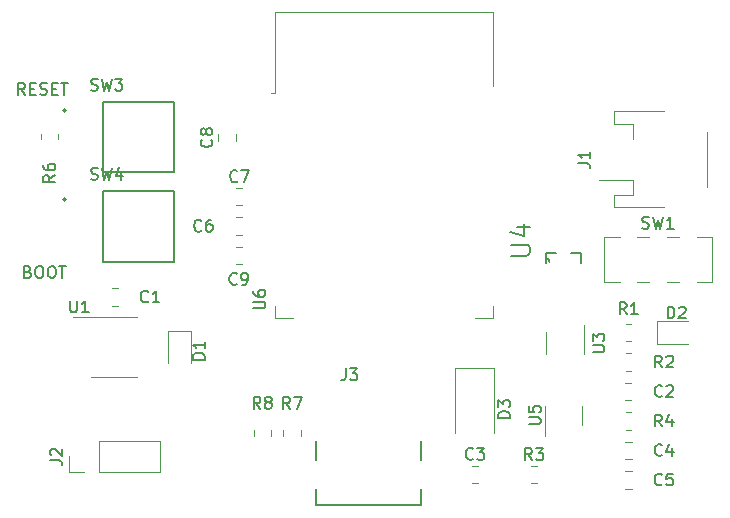
<source format=gbr>
%TF.GenerationSoftware,KiCad,Pcbnew,7.0.10*%
%TF.CreationDate,2025-07-15T10:48:48-04:00*%
%TF.ProjectId,EMGauntlet,454d4761-756e-4746-9c65-742e6b696361,rev?*%
%TF.SameCoordinates,Original*%
%TF.FileFunction,Legend,Top*%
%TF.FilePolarity,Positive*%
%FSLAX46Y46*%
G04 Gerber Fmt 4.6, Leading zero omitted, Abs format (unit mm)*
G04 Created by KiCad (PCBNEW 7.0.10) date 2025-07-15 10:48:48*
%MOMM*%
%LPD*%
G01*
G04 APERTURE LIST*
%ADD10C,0.150000*%
%ADD11C,0.127000*%
%ADD12C,0.200000*%
%ADD13C,0.120000*%
%ADD14C,0.152400*%
G04 APERTURE END LIST*
D10*
X130670112Y-103346009D02*
X130812969Y-103393628D01*
X130812969Y-103393628D02*
X130860588Y-103441247D01*
X130860588Y-103441247D02*
X130908207Y-103536485D01*
X130908207Y-103536485D02*
X130908207Y-103679342D01*
X130908207Y-103679342D02*
X130860588Y-103774580D01*
X130860588Y-103774580D02*
X130812969Y-103822200D01*
X130812969Y-103822200D02*
X130717731Y-103869819D01*
X130717731Y-103869819D02*
X130336779Y-103869819D01*
X130336779Y-103869819D02*
X130336779Y-102869819D01*
X130336779Y-102869819D02*
X130670112Y-102869819D01*
X130670112Y-102869819D02*
X130765350Y-102917438D01*
X130765350Y-102917438D02*
X130812969Y-102965057D01*
X130812969Y-102965057D02*
X130860588Y-103060295D01*
X130860588Y-103060295D02*
X130860588Y-103155533D01*
X130860588Y-103155533D02*
X130812969Y-103250771D01*
X130812969Y-103250771D02*
X130765350Y-103298390D01*
X130765350Y-103298390D02*
X130670112Y-103346009D01*
X130670112Y-103346009D02*
X130336779Y-103346009D01*
X131527255Y-102869819D02*
X131717731Y-102869819D01*
X131717731Y-102869819D02*
X131812969Y-102917438D01*
X131812969Y-102917438D02*
X131908207Y-103012676D01*
X131908207Y-103012676D02*
X131955826Y-103203152D01*
X131955826Y-103203152D02*
X131955826Y-103536485D01*
X131955826Y-103536485D02*
X131908207Y-103726961D01*
X131908207Y-103726961D02*
X131812969Y-103822200D01*
X131812969Y-103822200D02*
X131717731Y-103869819D01*
X131717731Y-103869819D02*
X131527255Y-103869819D01*
X131527255Y-103869819D02*
X131432017Y-103822200D01*
X131432017Y-103822200D02*
X131336779Y-103726961D01*
X131336779Y-103726961D02*
X131289160Y-103536485D01*
X131289160Y-103536485D02*
X131289160Y-103203152D01*
X131289160Y-103203152D02*
X131336779Y-103012676D01*
X131336779Y-103012676D02*
X131432017Y-102917438D01*
X131432017Y-102917438D02*
X131527255Y-102869819D01*
X132574874Y-102869819D02*
X132765350Y-102869819D01*
X132765350Y-102869819D02*
X132860588Y-102917438D01*
X132860588Y-102917438D02*
X132955826Y-103012676D01*
X132955826Y-103012676D02*
X133003445Y-103203152D01*
X133003445Y-103203152D02*
X133003445Y-103536485D01*
X133003445Y-103536485D02*
X132955826Y-103726961D01*
X132955826Y-103726961D02*
X132860588Y-103822200D01*
X132860588Y-103822200D02*
X132765350Y-103869819D01*
X132765350Y-103869819D02*
X132574874Y-103869819D01*
X132574874Y-103869819D02*
X132479636Y-103822200D01*
X132479636Y-103822200D02*
X132384398Y-103726961D01*
X132384398Y-103726961D02*
X132336779Y-103536485D01*
X132336779Y-103536485D02*
X132336779Y-103203152D01*
X132336779Y-103203152D02*
X132384398Y-103012676D01*
X132384398Y-103012676D02*
X132479636Y-102917438D01*
X132479636Y-102917438D02*
X132574874Y-102869819D01*
X133289160Y-102869819D02*
X133860588Y-102869819D01*
X133574874Y-103869819D02*
X133574874Y-102869819D01*
X130408207Y-88369819D02*
X130074874Y-87893628D01*
X129836779Y-88369819D02*
X129836779Y-87369819D01*
X129836779Y-87369819D02*
X130217731Y-87369819D01*
X130217731Y-87369819D02*
X130312969Y-87417438D01*
X130312969Y-87417438D02*
X130360588Y-87465057D01*
X130360588Y-87465057D02*
X130408207Y-87560295D01*
X130408207Y-87560295D02*
X130408207Y-87703152D01*
X130408207Y-87703152D02*
X130360588Y-87798390D01*
X130360588Y-87798390D02*
X130312969Y-87846009D01*
X130312969Y-87846009D02*
X130217731Y-87893628D01*
X130217731Y-87893628D02*
X129836779Y-87893628D01*
X130836779Y-87846009D02*
X131170112Y-87846009D01*
X131312969Y-88369819D02*
X130836779Y-88369819D01*
X130836779Y-88369819D02*
X130836779Y-87369819D01*
X130836779Y-87369819D02*
X131312969Y-87369819D01*
X131693922Y-88322200D02*
X131836779Y-88369819D01*
X131836779Y-88369819D02*
X132074874Y-88369819D01*
X132074874Y-88369819D02*
X132170112Y-88322200D01*
X132170112Y-88322200D02*
X132217731Y-88274580D01*
X132217731Y-88274580D02*
X132265350Y-88179342D01*
X132265350Y-88179342D02*
X132265350Y-88084104D01*
X132265350Y-88084104D02*
X132217731Y-87988866D01*
X132217731Y-87988866D02*
X132170112Y-87941247D01*
X132170112Y-87941247D02*
X132074874Y-87893628D01*
X132074874Y-87893628D02*
X131884398Y-87846009D01*
X131884398Y-87846009D02*
X131789160Y-87798390D01*
X131789160Y-87798390D02*
X131741541Y-87750771D01*
X131741541Y-87750771D02*
X131693922Y-87655533D01*
X131693922Y-87655533D02*
X131693922Y-87560295D01*
X131693922Y-87560295D02*
X131741541Y-87465057D01*
X131741541Y-87465057D02*
X131789160Y-87417438D01*
X131789160Y-87417438D02*
X131884398Y-87369819D01*
X131884398Y-87369819D02*
X132122493Y-87369819D01*
X132122493Y-87369819D02*
X132265350Y-87417438D01*
X132693922Y-87846009D02*
X133027255Y-87846009D01*
X133170112Y-88369819D02*
X132693922Y-88369819D01*
X132693922Y-88369819D02*
X132693922Y-87369819D01*
X132693922Y-87369819D02*
X133170112Y-87369819D01*
X133455827Y-87369819D02*
X134027255Y-87369819D01*
X133741541Y-88369819D02*
X133741541Y-87369819D01*
X135991667Y-95522200D02*
X136134524Y-95569819D01*
X136134524Y-95569819D02*
X136372619Y-95569819D01*
X136372619Y-95569819D02*
X136467857Y-95522200D01*
X136467857Y-95522200D02*
X136515476Y-95474580D01*
X136515476Y-95474580D02*
X136563095Y-95379342D01*
X136563095Y-95379342D02*
X136563095Y-95284104D01*
X136563095Y-95284104D02*
X136515476Y-95188866D01*
X136515476Y-95188866D02*
X136467857Y-95141247D01*
X136467857Y-95141247D02*
X136372619Y-95093628D01*
X136372619Y-95093628D02*
X136182143Y-95046009D01*
X136182143Y-95046009D02*
X136086905Y-94998390D01*
X136086905Y-94998390D02*
X136039286Y-94950771D01*
X136039286Y-94950771D02*
X135991667Y-94855533D01*
X135991667Y-94855533D02*
X135991667Y-94760295D01*
X135991667Y-94760295D02*
X136039286Y-94665057D01*
X136039286Y-94665057D02*
X136086905Y-94617438D01*
X136086905Y-94617438D02*
X136182143Y-94569819D01*
X136182143Y-94569819D02*
X136420238Y-94569819D01*
X136420238Y-94569819D02*
X136563095Y-94617438D01*
X136896429Y-94569819D02*
X137134524Y-95569819D01*
X137134524Y-95569819D02*
X137325000Y-94855533D01*
X137325000Y-94855533D02*
X137515476Y-95569819D01*
X137515476Y-95569819D02*
X137753572Y-94569819D01*
X138563095Y-94903152D02*
X138563095Y-95569819D01*
X138325000Y-94522200D02*
X138086905Y-95236485D01*
X138086905Y-95236485D02*
X138705952Y-95236485D01*
X182666667Y-99657200D02*
X182809524Y-99704819D01*
X182809524Y-99704819D02*
X183047619Y-99704819D01*
X183047619Y-99704819D02*
X183142857Y-99657200D01*
X183142857Y-99657200D02*
X183190476Y-99609580D01*
X183190476Y-99609580D02*
X183238095Y-99514342D01*
X183238095Y-99514342D02*
X183238095Y-99419104D01*
X183238095Y-99419104D02*
X183190476Y-99323866D01*
X183190476Y-99323866D02*
X183142857Y-99276247D01*
X183142857Y-99276247D02*
X183047619Y-99228628D01*
X183047619Y-99228628D02*
X182857143Y-99181009D01*
X182857143Y-99181009D02*
X182761905Y-99133390D01*
X182761905Y-99133390D02*
X182714286Y-99085771D01*
X182714286Y-99085771D02*
X182666667Y-98990533D01*
X182666667Y-98990533D02*
X182666667Y-98895295D01*
X182666667Y-98895295D02*
X182714286Y-98800057D01*
X182714286Y-98800057D02*
X182761905Y-98752438D01*
X182761905Y-98752438D02*
X182857143Y-98704819D01*
X182857143Y-98704819D02*
X183095238Y-98704819D01*
X183095238Y-98704819D02*
X183238095Y-98752438D01*
X183571429Y-98704819D02*
X183809524Y-99704819D01*
X183809524Y-99704819D02*
X184000000Y-98990533D01*
X184000000Y-98990533D02*
X184190476Y-99704819D01*
X184190476Y-99704819D02*
X184428572Y-98704819D01*
X185333333Y-99704819D02*
X184761905Y-99704819D01*
X185047619Y-99704819D02*
X185047619Y-98704819D01*
X185047619Y-98704819D02*
X184952381Y-98847676D01*
X184952381Y-98847676D02*
X184857143Y-98942914D01*
X184857143Y-98942914D02*
X184761905Y-98990533D01*
X184333333Y-111454819D02*
X184000000Y-110978628D01*
X183761905Y-111454819D02*
X183761905Y-110454819D01*
X183761905Y-110454819D02*
X184142857Y-110454819D01*
X184142857Y-110454819D02*
X184238095Y-110502438D01*
X184238095Y-110502438D02*
X184285714Y-110550057D01*
X184285714Y-110550057D02*
X184333333Y-110645295D01*
X184333333Y-110645295D02*
X184333333Y-110788152D01*
X184333333Y-110788152D02*
X184285714Y-110883390D01*
X184285714Y-110883390D02*
X184238095Y-110931009D01*
X184238095Y-110931009D02*
X184142857Y-110978628D01*
X184142857Y-110978628D02*
X183761905Y-110978628D01*
X184714286Y-110550057D02*
X184761905Y-110502438D01*
X184761905Y-110502438D02*
X184857143Y-110454819D01*
X184857143Y-110454819D02*
X185095238Y-110454819D01*
X185095238Y-110454819D02*
X185190476Y-110502438D01*
X185190476Y-110502438D02*
X185238095Y-110550057D01*
X185238095Y-110550057D02*
X185285714Y-110645295D01*
X185285714Y-110645295D02*
X185285714Y-110740533D01*
X185285714Y-110740533D02*
X185238095Y-110883390D01*
X185238095Y-110883390D02*
X184666667Y-111454819D01*
X184666667Y-111454819D02*
X185285714Y-111454819D01*
X132544819Y-119333333D02*
X133259104Y-119333333D01*
X133259104Y-119333333D02*
X133401961Y-119380952D01*
X133401961Y-119380952D02*
X133497200Y-119476190D01*
X133497200Y-119476190D02*
X133544819Y-119619047D01*
X133544819Y-119619047D02*
X133544819Y-119714285D01*
X132640057Y-118904761D02*
X132592438Y-118857142D01*
X132592438Y-118857142D02*
X132544819Y-118761904D01*
X132544819Y-118761904D02*
X132544819Y-118523809D01*
X132544819Y-118523809D02*
X132592438Y-118428571D01*
X132592438Y-118428571D02*
X132640057Y-118380952D01*
X132640057Y-118380952D02*
X132735295Y-118333333D01*
X132735295Y-118333333D02*
X132830533Y-118333333D01*
X132830533Y-118333333D02*
X132973390Y-118380952D01*
X132973390Y-118380952D02*
X133544819Y-118952380D01*
X133544819Y-118952380D02*
X133544819Y-118333333D01*
X171454819Y-115738094D02*
X170454819Y-115738094D01*
X170454819Y-115738094D02*
X170454819Y-115499999D01*
X170454819Y-115499999D02*
X170502438Y-115357142D01*
X170502438Y-115357142D02*
X170597676Y-115261904D01*
X170597676Y-115261904D02*
X170692914Y-115214285D01*
X170692914Y-115214285D02*
X170883390Y-115166666D01*
X170883390Y-115166666D02*
X171026247Y-115166666D01*
X171026247Y-115166666D02*
X171216723Y-115214285D01*
X171216723Y-115214285D02*
X171311961Y-115261904D01*
X171311961Y-115261904D02*
X171407200Y-115357142D01*
X171407200Y-115357142D02*
X171454819Y-115499999D01*
X171454819Y-115499999D02*
X171454819Y-115738094D01*
X170454819Y-114833332D02*
X170454819Y-114214285D01*
X170454819Y-114214285D02*
X170835771Y-114547618D01*
X170835771Y-114547618D02*
X170835771Y-114404761D01*
X170835771Y-114404761D02*
X170883390Y-114309523D01*
X170883390Y-114309523D02*
X170931009Y-114261904D01*
X170931009Y-114261904D02*
X171026247Y-114214285D01*
X171026247Y-114214285D02*
X171264342Y-114214285D01*
X171264342Y-114214285D02*
X171359580Y-114261904D01*
X171359580Y-114261904D02*
X171407200Y-114309523D01*
X171407200Y-114309523D02*
X171454819Y-114404761D01*
X171454819Y-114404761D02*
X171454819Y-114690475D01*
X171454819Y-114690475D02*
X171407200Y-114785713D01*
X171407200Y-114785713D02*
X171359580Y-114833332D01*
X140833333Y-105859580D02*
X140785714Y-105907200D01*
X140785714Y-105907200D02*
X140642857Y-105954819D01*
X140642857Y-105954819D02*
X140547619Y-105954819D01*
X140547619Y-105954819D02*
X140404762Y-105907200D01*
X140404762Y-105907200D02*
X140309524Y-105811961D01*
X140309524Y-105811961D02*
X140261905Y-105716723D01*
X140261905Y-105716723D02*
X140214286Y-105526247D01*
X140214286Y-105526247D02*
X140214286Y-105383390D01*
X140214286Y-105383390D02*
X140261905Y-105192914D01*
X140261905Y-105192914D02*
X140309524Y-105097676D01*
X140309524Y-105097676D02*
X140404762Y-105002438D01*
X140404762Y-105002438D02*
X140547619Y-104954819D01*
X140547619Y-104954819D02*
X140642857Y-104954819D01*
X140642857Y-104954819D02*
X140785714Y-105002438D01*
X140785714Y-105002438D02*
X140833333Y-105050057D01*
X141785714Y-105954819D02*
X141214286Y-105954819D01*
X141500000Y-105954819D02*
X141500000Y-104954819D01*
X141500000Y-104954819D02*
X141404762Y-105097676D01*
X141404762Y-105097676D02*
X141309524Y-105192914D01*
X141309524Y-105192914D02*
X141214286Y-105240533D01*
X178454819Y-110161904D02*
X179264342Y-110161904D01*
X179264342Y-110161904D02*
X179359580Y-110114285D01*
X179359580Y-110114285D02*
X179407200Y-110066666D01*
X179407200Y-110066666D02*
X179454819Y-109971428D01*
X179454819Y-109971428D02*
X179454819Y-109780952D01*
X179454819Y-109780952D02*
X179407200Y-109685714D01*
X179407200Y-109685714D02*
X179359580Y-109638095D01*
X179359580Y-109638095D02*
X179264342Y-109590476D01*
X179264342Y-109590476D02*
X178454819Y-109590476D01*
X178454819Y-109209523D02*
X178454819Y-108590476D01*
X178454819Y-108590476D02*
X178835771Y-108923809D01*
X178835771Y-108923809D02*
X178835771Y-108780952D01*
X178835771Y-108780952D02*
X178883390Y-108685714D01*
X178883390Y-108685714D02*
X178931009Y-108638095D01*
X178931009Y-108638095D02*
X179026247Y-108590476D01*
X179026247Y-108590476D02*
X179264342Y-108590476D01*
X179264342Y-108590476D02*
X179359580Y-108638095D01*
X179359580Y-108638095D02*
X179407200Y-108685714D01*
X179407200Y-108685714D02*
X179454819Y-108780952D01*
X179454819Y-108780952D02*
X179454819Y-109066666D01*
X179454819Y-109066666D02*
X179407200Y-109161904D01*
X179407200Y-109161904D02*
X179359580Y-109209523D01*
X173333333Y-119304819D02*
X173000000Y-118828628D01*
X172761905Y-119304819D02*
X172761905Y-118304819D01*
X172761905Y-118304819D02*
X173142857Y-118304819D01*
X173142857Y-118304819D02*
X173238095Y-118352438D01*
X173238095Y-118352438D02*
X173285714Y-118400057D01*
X173285714Y-118400057D02*
X173333333Y-118495295D01*
X173333333Y-118495295D02*
X173333333Y-118638152D01*
X173333333Y-118638152D02*
X173285714Y-118733390D01*
X173285714Y-118733390D02*
X173238095Y-118781009D01*
X173238095Y-118781009D02*
X173142857Y-118828628D01*
X173142857Y-118828628D02*
X172761905Y-118828628D01*
X173666667Y-118304819D02*
X174285714Y-118304819D01*
X174285714Y-118304819D02*
X173952381Y-118685771D01*
X173952381Y-118685771D02*
X174095238Y-118685771D01*
X174095238Y-118685771D02*
X174190476Y-118733390D01*
X174190476Y-118733390D02*
X174238095Y-118781009D01*
X174238095Y-118781009D02*
X174285714Y-118876247D01*
X174285714Y-118876247D02*
X174285714Y-119114342D01*
X174285714Y-119114342D02*
X174238095Y-119209580D01*
X174238095Y-119209580D02*
X174190476Y-119257200D01*
X174190476Y-119257200D02*
X174095238Y-119304819D01*
X174095238Y-119304819D02*
X173809524Y-119304819D01*
X173809524Y-119304819D02*
X173714286Y-119257200D01*
X173714286Y-119257200D02*
X173666667Y-119209580D01*
X184333333Y-116454819D02*
X184000000Y-115978628D01*
X183761905Y-116454819D02*
X183761905Y-115454819D01*
X183761905Y-115454819D02*
X184142857Y-115454819D01*
X184142857Y-115454819D02*
X184238095Y-115502438D01*
X184238095Y-115502438D02*
X184285714Y-115550057D01*
X184285714Y-115550057D02*
X184333333Y-115645295D01*
X184333333Y-115645295D02*
X184333333Y-115788152D01*
X184333333Y-115788152D02*
X184285714Y-115883390D01*
X184285714Y-115883390D02*
X184238095Y-115931009D01*
X184238095Y-115931009D02*
X184142857Y-115978628D01*
X184142857Y-115978628D02*
X183761905Y-115978628D01*
X185190476Y-115788152D02*
X185190476Y-116454819D01*
X184952381Y-115407200D02*
X184714286Y-116121485D01*
X184714286Y-116121485D02*
X185333333Y-116121485D01*
X135991667Y-87972200D02*
X136134524Y-88019819D01*
X136134524Y-88019819D02*
X136372619Y-88019819D01*
X136372619Y-88019819D02*
X136467857Y-87972200D01*
X136467857Y-87972200D02*
X136515476Y-87924580D01*
X136515476Y-87924580D02*
X136563095Y-87829342D01*
X136563095Y-87829342D02*
X136563095Y-87734104D01*
X136563095Y-87734104D02*
X136515476Y-87638866D01*
X136515476Y-87638866D02*
X136467857Y-87591247D01*
X136467857Y-87591247D02*
X136372619Y-87543628D01*
X136372619Y-87543628D02*
X136182143Y-87496009D01*
X136182143Y-87496009D02*
X136086905Y-87448390D01*
X136086905Y-87448390D02*
X136039286Y-87400771D01*
X136039286Y-87400771D02*
X135991667Y-87305533D01*
X135991667Y-87305533D02*
X135991667Y-87210295D01*
X135991667Y-87210295D02*
X136039286Y-87115057D01*
X136039286Y-87115057D02*
X136086905Y-87067438D01*
X136086905Y-87067438D02*
X136182143Y-87019819D01*
X136182143Y-87019819D02*
X136420238Y-87019819D01*
X136420238Y-87019819D02*
X136563095Y-87067438D01*
X136896429Y-87019819D02*
X137134524Y-88019819D01*
X137134524Y-88019819D02*
X137325000Y-87305533D01*
X137325000Y-87305533D02*
X137515476Y-88019819D01*
X137515476Y-88019819D02*
X137753572Y-87019819D01*
X138039286Y-87019819D02*
X138658333Y-87019819D01*
X138658333Y-87019819D02*
X138325000Y-87400771D01*
X138325000Y-87400771D02*
X138467857Y-87400771D01*
X138467857Y-87400771D02*
X138563095Y-87448390D01*
X138563095Y-87448390D02*
X138610714Y-87496009D01*
X138610714Y-87496009D02*
X138658333Y-87591247D01*
X138658333Y-87591247D02*
X138658333Y-87829342D01*
X138658333Y-87829342D02*
X138610714Y-87924580D01*
X138610714Y-87924580D02*
X138563095Y-87972200D01*
X138563095Y-87972200D02*
X138467857Y-88019819D01*
X138467857Y-88019819D02*
X138182143Y-88019819D01*
X138182143Y-88019819D02*
X138086905Y-87972200D01*
X138086905Y-87972200D02*
X138039286Y-87924580D01*
X184333333Y-121359580D02*
X184285714Y-121407200D01*
X184285714Y-121407200D02*
X184142857Y-121454819D01*
X184142857Y-121454819D02*
X184047619Y-121454819D01*
X184047619Y-121454819D02*
X183904762Y-121407200D01*
X183904762Y-121407200D02*
X183809524Y-121311961D01*
X183809524Y-121311961D02*
X183761905Y-121216723D01*
X183761905Y-121216723D02*
X183714286Y-121026247D01*
X183714286Y-121026247D02*
X183714286Y-120883390D01*
X183714286Y-120883390D02*
X183761905Y-120692914D01*
X183761905Y-120692914D02*
X183809524Y-120597676D01*
X183809524Y-120597676D02*
X183904762Y-120502438D01*
X183904762Y-120502438D02*
X184047619Y-120454819D01*
X184047619Y-120454819D02*
X184142857Y-120454819D01*
X184142857Y-120454819D02*
X184285714Y-120502438D01*
X184285714Y-120502438D02*
X184333333Y-120550057D01*
X185238095Y-120454819D02*
X184761905Y-120454819D01*
X184761905Y-120454819D02*
X184714286Y-120931009D01*
X184714286Y-120931009D02*
X184761905Y-120883390D01*
X184761905Y-120883390D02*
X184857143Y-120835771D01*
X184857143Y-120835771D02*
X185095238Y-120835771D01*
X185095238Y-120835771D02*
X185190476Y-120883390D01*
X185190476Y-120883390D02*
X185238095Y-120931009D01*
X185238095Y-120931009D02*
X185285714Y-121026247D01*
X185285714Y-121026247D02*
X185285714Y-121264342D01*
X185285714Y-121264342D02*
X185238095Y-121359580D01*
X185238095Y-121359580D02*
X185190476Y-121407200D01*
X185190476Y-121407200D02*
X185095238Y-121454819D01*
X185095238Y-121454819D02*
X184857143Y-121454819D01*
X184857143Y-121454819D02*
X184761905Y-121407200D01*
X184761905Y-121407200D02*
X184714286Y-121359580D01*
X184333333Y-118859580D02*
X184285714Y-118907200D01*
X184285714Y-118907200D02*
X184142857Y-118954819D01*
X184142857Y-118954819D02*
X184047619Y-118954819D01*
X184047619Y-118954819D02*
X183904762Y-118907200D01*
X183904762Y-118907200D02*
X183809524Y-118811961D01*
X183809524Y-118811961D02*
X183761905Y-118716723D01*
X183761905Y-118716723D02*
X183714286Y-118526247D01*
X183714286Y-118526247D02*
X183714286Y-118383390D01*
X183714286Y-118383390D02*
X183761905Y-118192914D01*
X183761905Y-118192914D02*
X183809524Y-118097676D01*
X183809524Y-118097676D02*
X183904762Y-118002438D01*
X183904762Y-118002438D02*
X184047619Y-117954819D01*
X184047619Y-117954819D02*
X184142857Y-117954819D01*
X184142857Y-117954819D02*
X184285714Y-118002438D01*
X184285714Y-118002438D02*
X184333333Y-118050057D01*
X185190476Y-118288152D02*
X185190476Y-118954819D01*
X184952381Y-117907200D02*
X184714286Y-118621485D01*
X184714286Y-118621485D02*
X185333333Y-118621485D01*
X145333333Y-99859580D02*
X145285714Y-99907200D01*
X145285714Y-99907200D02*
X145142857Y-99954819D01*
X145142857Y-99954819D02*
X145047619Y-99954819D01*
X145047619Y-99954819D02*
X144904762Y-99907200D01*
X144904762Y-99907200D02*
X144809524Y-99811961D01*
X144809524Y-99811961D02*
X144761905Y-99716723D01*
X144761905Y-99716723D02*
X144714286Y-99526247D01*
X144714286Y-99526247D02*
X144714286Y-99383390D01*
X144714286Y-99383390D02*
X144761905Y-99192914D01*
X144761905Y-99192914D02*
X144809524Y-99097676D01*
X144809524Y-99097676D02*
X144904762Y-99002438D01*
X144904762Y-99002438D02*
X145047619Y-98954819D01*
X145047619Y-98954819D02*
X145142857Y-98954819D01*
X145142857Y-98954819D02*
X145285714Y-99002438D01*
X145285714Y-99002438D02*
X145333333Y-99050057D01*
X146190476Y-98954819D02*
X146000000Y-98954819D01*
X146000000Y-98954819D02*
X145904762Y-99002438D01*
X145904762Y-99002438D02*
X145857143Y-99050057D01*
X145857143Y-99050057D02*
X145761905Y-99192914D01*
X145761905Y-99192914D02*
X145714286Y-99383390D01*
X145714286Y-99383390D02*
X145714286Y-99764342D01*
X145714286Y-99764342D02*
X145761905Y-99859580D01*
X145761905Y-99859580D02*
X145809524Y-99907200D01*
X145809524Y-99907200D02*
X145904762Y-99954819D01*
X145904762Y-99954819D02*
X146095238Y-99954819D01*
X146095238Y-99954819D02*
X146190476Y-99907200D01*
X146190476Y-99907200D02*
X146238095Y-99859580D01*
X146238095Y-99859580D02*
X146285714Y-99764342D01*
X146285714Y-99764342D02*
X146285714Y-99526247D01*
X146285714Y-99526247D02*
X146238095Y-99431009D01*
X146238095Y-99431009D02*
X146190476Y-99383390D01*
X146190476Y-99383390D02*
X146095238Y-99335771D01*
X146095238Y-99335771D02*
X145904762Y-99335771D01*
X145904762Y-99335771D02*
X145809524Y-99383390D01*
X145809524Y-99383390D02*
X145761905Y-99431009D01*
X145761905Y-99431009D02*
X145714286Y-99526247D01*
X184333333Y-113859580D02*
X184285714Y-113907200D01*
X184285714Y-113907200D02*
X184142857Y-113954819D01*
X184142857Y-113954819D02*
X184047619Y-113954819D01*
X184047619Y-113954819D02*
X183904762Y-113907200D01*
X183904762Y-113907200D02*
X183809524Y-113811961D01*
X183809524Y-113811961D02*
X183761905Y-113716723D01*
X183761905Y-113716723D02*
X183714286Y-113526247D01*
X183714286Y-113526247D02*
X183714286Y-113383390D01*
X183714286Y-113383390D02*
X183761905Y-113192914D01*
X183761905Y-113192914D02*
X183809524Y-113097676D01*
X183809524Y-113097676D02*
X183904762Y-113002438D01*
X183904762Y-113002438D02*
X184047619Y-112954819D01*
X184047619Y-112954819D02*
X184142857Y-112954819D01*
X184142857Y-112954819D02*
X184285714Y-113002438D01*
X184285714Y-113002438D02*
X184333333Y-113050057D01*
X184714286Y-113050057D02*
X184761905Y-113002438D01*
X184761905Y-113002438D02*
X184857143Y-112954819D01*
X184857143Y-112954819D02*
X185095238Y-112954819D01*
X185095238Y-112954819D02*
X185190476Y-113002438D01*
X185190476Y-113002438D02*
X185238095Y-113050057D01*
X185238095Y-113050057D02*
X185285714Y-113145295D01*
X185285714Y-113145295D02*
X185285714Y-113240533D01*
X185285714Y-113240533D02*
X185238095Y-113383390D01*
X185238095Y-113383390D02*
X184666667Y-113954819D01*
X184666667Y-113954819D02*
X185285714Y-113954819D01*
X132954819Y-95166666D02*
X132478628Y-95499999D01*
X132954819Y-95738094D02*
X131954819Y-95738094D01*
X131954819Y-95738094D02*
X131954819Y-95357142D01*
X131954819Y-95357142D02*
X132002438Y-95261904D01*
X132002438Y-95261904D02*
X132050057Y-95214285D01*
X132050057Y-95214285D02*
X132145295Y-95166666D01*
X132145295Y-95166666D02*
X132288152Y-95166666D01*
X132288152Y-95166666D02*
X132383390Y-95214285D01*
X132383390Y-95214285D02*
X132431009Y-95261904D01*
X132431009Y-95261904D02*
X132478628Y-95357142D01*
X132478628Y-95357142D02*
X132478628Y-95738094D01*
X131954819Y-94309523D02*
X131954819Y-94499999D01*
X131954819Y-94499999D02*
X132002438Y-94595237D01*
X132002438Y-94595237D02*
X132050057Y-94642856D01*
X132050057Y-94642856D02*
X132192914Y-94738094D01*
X132192914Y-94738094D02*
X132383390Y-94785713D01*
X132383390Y-94785713D02*
X132764342Y-94785713D01*
X132764342Y-94785713D02*
X132859580Y-94738094D01*
X132859580Y-94738094D02*
X132907200Y-94690475D01*
X132907200Y-94690475D02*
X132954819Y-94595237D01*
X132954819Y-94595237D02*
X132954819Y-94404761D01*
X132954819Y-94404761D02*
X132907200Y-94309523D01*
X132907200Y-94309523D02*
X132859580Y-94261904D01*
X132859580Y-94261904D02*
X132764342Y-94214285D01*
X132764342Y-94214285D02*
X132526247Y-94214285D01*
X132526247Y-94214285D02*
X132431009Y-94261904D01*
X132431009Y-94261904D02*
X132383390Y-94309523D01*
X132383390Y-94309523D02*
X132335771Y-94404761D01*
X132335771Y-94404761D02*
X132335771Y-94595237D01*
X132335771Y-94595237D02*
X132383390Y-94690475D01*
X132383390Y-94690475D02*
X132431009Y-94738094D01*
X132431009Y-94738094D02*
X132526247Y-94785713D01*
X168333333Y-119179580D02*
X168285714Y-119227200D01*
X168285714Y-119227200D02*
X168142857Y-119274819D01*
X168142857Y-119274819D02*
X168047619Y-119274819D01*
X168047619Y-119274819D02*
X167904762Y-119227200D01*
X167904762Y-119227200D02*
X167809524Y-119131961D01*
X167809524Y-119131961D02*
X167761905Y-119036723D01*
X167761905Y-119036723D02*
X167714286Y-118846247D01*
X167714286Y-118846247D02*
X167714286Y-118703390D01*
X167714286Y-118703390D02*
X167761905Y-118512914D01*
X167761905Y-118512914D02*
X167809524Y-118417676D01*
X167809524Y-118417676D02*
X167904762Y-118322438D01*
X167904762Y-118322438D02*
X168047619Y-118274819D01*
X168047619Y-118274819D02*
X168142857Y-118274819D01*
X168142857Y-118274819D02*
X168285714Y-118322438D01*
X168285714Y-118322438D02*
X168333333Y-118370057D01*
X168666667Y-118274819D02*
X169285714Y-118274819D01*
X169285714Y-118274819D02*
X168952381Y-118655771D01*
X168952381Y-118655771D02*
X169095238Y-118655771D01*
X169095238Y-118655771D02*
X169190476Y-118703390D01*
X169190476Y-118703390D02*
X169238095Y-118751009D01*
X169238095Y-118751009D02*
X169285714Y-118846247D01*
X169285714Y-118846247D02*
X169285714Y-119084342D01*
X169285714Y-119084342D02*
X169238095Y-119179580D01*
X169238095Y-119179580D02*
X169190476Y-119227200D01*
X169190476Y-119227200D02*
X169095238Y-119274819D01*
X169095238Y-119274819D02*
X168809524Y-119274819D01*
X168809524Y-119274819D02*
X168714286Y-119227200D01*
X168714286Y-119227200D02*
X168666667Y-119179580D01*
X134238095Y-105804819D02*
X134238095Y-106614342D01*
X134238095Y-106614342D02*
X134285714Y-106709580D01*
X134285714Y-106709580D02*
X134333333Y-106757200D01*
X134333333Y-106757200D02*
X134428571Y-106804819D01*
X134428571Y-106804819D02*
X134619047Y-106804819D01*
X134619047Y-106804819D02*
X134714285Y-106757200D01*
X134714285Y-106757200D02*
X134761904Y-106709580D01*
X134761904Y-106709580D02*
X134809523Y-106614342D01*
X134809523Y-106614342D02*
X134809523Y-105804819D01*
X135809523Y-106804819D02*
X135238095Y-106804819D01*
X135523809Y-106804819D02*
X135523809Y-105804819D01*
X135523809Y-105804819D02*
X135428571Y-105947676D01*
X135428571Y-105947676D02*
X135333333Y-106042914D01*
X135333333Y-106042914D02*
X135238095Y-106090533D01*
X148333333Y-104359580D02*
X148285714Y-104407200D01*
X148285714Y-104407200D02*
X148142857Y-104454819D01*
X148142857Y-104454819D02*
X148047619Y-104454819D01*
X148047619Y-104454819D02*
X147904762Y-104407200D01*
X147904762Y-104407200D02*
X147809524Y-104311961D01*
X147809524Y-104311961D02*
X147761905Y-104216723D01*
X147761905Y-104216723D02*
X147714286Y-104026247D01*
X147714286Y-104026247D02*
X147714286Y-103883390D01*
X147714286Y-103883390D02*
X147761905Y-103692914D01*
X147761905Y-103692914D02*
X147809524Y-103597676D01*
X147809524Y-103597676D02*
X147904762Y-103502438D01*
X147904762Y-103502438D02*
X148047619Y-103454819D01*
X148047619Y-103454819D02*
X148142857Y-103454819D01*
X148142857Y-103454819D02*
X148285714Y-103502438D01*
X148285714Y-103502438D02*
X148333333Y-103550057D01*
X148809524Y-104454819D02*
X149000000Y-104454819D01*
X149000000Y-104454819D02*
X149095238Y-104407200D01*
X149095238Y-104407200D02*
X149142857Y-104359580D01*
X149142857Y-104359580D02*
X149238095Y-104216723D01*
X149238095Y-104216723D02*
X149285714Y-104026247D01*
X149285714Y-104026247D02*
X149285714Y-103645295D01*
X149285714Y-103645295D02*
X149238095Y-103550057D01*
X149238095Y-103550057D02*
X149190476Y-103502438D01*
X149190476Y-103502438D02*
X149095238Y-103454819D01*
X149095238Y-103454819D02*
X148904762Y-103454819D01*
X148904762Y-103454819D02*
X148809524Y-103502438D01*
X148809524Y-103502438D02*
X148761905Y-103550057D01*
X148761905Y-103550057D02*
X148714286Y-103645295D01*
X148714286Y-103645295D02*
X148714286Y-103883390D01*
X148714286Y-103883390D02*
X148761905Y-103978628D01*
X148761905Y-103978628D02*
X148809524Y-104026247D01*
X148809524Y-104026247D02*
X148904762Y-104073866D01*
X148904762Y-104073866D02*
X149095238Y-104073866D01*
X149095238Y-104073866D02*
X149190476Y-104026247D01*
X149190476Y-104026247D02*
X149238095Y-103978628D01*
X149238095Y-103978628D02*
X149285714Y-103883390D01*
X152833333Y-114954819D02*
X152500000Y-114478628D01*
X152261905Y-114954819D02*
X152261905Y-113954819D01*
X152261905Y-113954819D02*
X152642857Y-113954819D01*
X152642857Y-113954819D02*
X152738095Y-114002438D01*
X152738095Y-114002438D02*
X152785714Y-114050057D01*
X152785714Y-114050057D02*
X152833333Y-114145295D01*
X152833333Y-114145295D02*
X152833333Y-114288152D01*
X152833333Y-114288152D02*
X152785714Y-114383390D01*
X152785714Y-114383390D02*
X152738095Y-114431009D01*
X152738095Y-114431009D02*
X152642857Y-114478628D01*
X152642857Y-114478628D02*
X152261905Y-114478628D01*
X153166667Y-113954819D02*
X153833333Y-113954819D01*
X153833333Y-113954819D02*
X153404762Y-114954819D01*
X149749819Y-106461904D02*
X150559342Y-106461904D01*
X150559342Y-106461904D02*
X150654580Y-106414285D01*
X150654580Y-106414285D02*
X150702200Y-106366666D01*
X150702200Y-106366666D02*
X150749819Y-106271428D01*
X150749819Y-106271428D02*
X150749819Y-106080952D01*
X150749819Y-106080952D02*
X150702200Y-105985714D01*
X150702200Y-105985714D02*
X150654580Y-105938095D01*
X150654580Y-105938095D02*
X150559342Y-105890476D01*
X150559342Y-105890476D02*
X149749819Y-105890476D01*
X149749819Y-104985714D02*
X149749819Y-105176190D01*
X149749819Y-105176190D02*
X149797438Y-105271428D01*
X149797438Y-105271428D02*
X149845057Y-105319047D01*
X149845057Y-105319047D02*
X149987914Y-105414285D01*
X149987914Y-105414285D02*
X150178390Y-105461904D01*
X150178390Y-105461904D02*
X150559342Y-105461904D01*
X150559342Y-105461904D02*
X150654580Y-105414285D01*
X150654580Y-105414285D02*
X150702200Y-105366666D01*
X150702200Y-105366666D02*
X150749819Y-105271428D01*
X150749819Y-105271428D02*
X150749819Y-105080952D01*
X150749819Y-105080952D02*
X150702200Y-104985714D01*
X150702200Y-104985714D02*
X150654580Y-104938095D01*
X150654580Y-104938095D02*
X150559342Y-104890476D01*
X150559342Y-104890476D02*
X150321247Y-104890476D01*
X150321247Y-104890476D02*
X150226009Y-104938095D01*
X150226009Y-104938095D02*
X150178390Y-104985714D01*
X150178390Y-104985714D02*
X150130771Y-105080952D01*
X150130771Y-105080952D02*
X150130771Y-105271428D01*
X150130771Y-105271428D02*
X150178390Y-105366666D01*
X150178390Y-105366666D02*
X150226009Y-105414285D01*
X150226009Y-105414285D02*
X150321247Y-105461904D01*
X145604819Y-110800594D02*
X144604819Y-110800594D01*
X144604819Y-110800594D02*
X144604819Y-110562499D01*
X144604819Y-110562499D02*
X144652438Y-110419642D01*
X144652438Y-110419642D02*
X144747676Y-110324404D01*
X144747676Y-110324404D02*
X144842914Y-110276785D01*
X144842914Y-110276785D02*
X145033390Y-110229166D01*
X145033390Y-110229166D02*
X145176247Y-110229166D01*
X145176247Y-110229166D02*
X145366723Y-110276785D01*
X145366723Y-110276785D02*
X145461961Y-110324404D01*
X145461961Y-110324404D02*
X145557200Y-110419642D01*
X145557200Y-110419642D02*
X145604819Y-110562499D01*
X145604819Y-110562499D02*
X145604819Y-110800594D01*
X145604819Y-109276785D02*
X145604819Y-109848213D01*
X145604819Y-109562499D02*
X144604819Y-109562499D01*
X144604819Y-109562499D02*
X144747676Y-109657737D01*
X144747676Y-109657737D02*
X144842914Y-109752975D01*
X144842914Y-109752975D02*
X144890533Y-109848213D01*
X184824405Y-107304819D02*
X184824405Y-106304819D01*
X184824405Y-106304819D02*
X185062500Y-106304819D01*
X185062500Y-106304819D02*
X185205357Y-106352438D01*
X185205357Y-106352438D02*
X185300595Y-106447676D01*
X185300595Y-106447676D02*
X185348214Y-106542914D01*
X185348214Y-106542914D02*
X185395833Y-106733390D01*
X185395833Y-106733390D02*
X185395833Y-106876247D01*
X185395833Y-106876247D02*
X185348214Y-107066723D01*
X185348214Y-107066723D02*
X185300595Y-107161961D01*
X185300595Y-107161961D02*
X185205357Y-107257200D01*
X185205357Y-107257200D02*
X185062500Y-107304819D01*
X185062500Y-107304819D02*
X184824405Y-107304819D01*
X185776786Y-106400057D02*
X185824405Y-106352438D01*
X185824405Y-106352438D02*
X185919643Y-106304819D01*
X185919643Y-106304819D02*
X186157738Y-106304819D01*
X186157738Y-106304819D02*
X186252976Y-106352438D01*
X186252976Y-106352438D02*
X186300595Y-106400057D01*
X186300595Y-106400057D02*
X186348214Y-106495295D01*
X186348214Y-106495295D02*
X186348214Y-106590533D01*
X186348214Y-106590533D02*
X186300595Y-106733390D01*
X186300595Y-106733390D02*
X185729167Y-107304819D01*
X185729167Y-107304819D02*
X186348214Y-107304819D01*
X177254819Y-94183333D02*
X177969104Y-94183333D01*
X177969104Y-94183333D02*
X178111961Y-94230952D01*
X178111961Y-94230952D02*
X178207200Y-94326190D01*
X178207200Y-94326190D02*
X178254819Y-94469047D01*
X178254819Y-94469047D02*
X178254819Y-94564285D01*
X178254819Y-93183333D02*
X178254819Y-93754761D01*
X178254819Y-93469047D02*
X177254819Y-93469047D01*
X177254819Y-93469047D02*
X177397676Y-93564285D01*
X177397676Y-93564285D02*
X177492914Y-93659523D01*
X177492914Y-93659523D02*
X177540533Y-93754761D01*
X148383333Y-95679580D02*
X148335714Y-95727200D01*
X148335714Y-95727200D02*
X148192857Y-95774819D01*
X148192857Y-95774819D02*
X148097619Y-95774819D01*
X148097619Y-95774819D02*
X147954762Y-95727200D01*
X147954762Y-95727200D02*
X147859524Y-95631961D01*
X147859524Y-95631961D02*
X147811905Y-95536723D01*
X147811905Y-95536723D02*
X147764286Y-95346247D01*
X147764286Y-95346247D02*
X147764286Y-95203390D01*
X147764286Y-95203390D02*
X147811905Y-95012914D01*
X147811905Y-95012914D02*
X147859524Y-94917676D01*
X147859524Y-94917676D02*
X147954762Y-94822438D01*
X147954762Y-94822438D02*
X148097619Y-94774819D01*
X148097619Y-94774819D02*
X148192857Y-94774819D01*
X148192857Y-94774819D02*
X148335714Y-94822438D01*
X148335714Y-94822438D02*
X148383333Y-94870057D01*
X148716667Y-94774819D02*
X149383333Y-94774819D01*
X149383333Y-94774819D02*
X148954762Y-95774819D01*
X173054819Y-116261904D02*
X173864342Y-116261904D01*
X173864342Y-116261904D02*
X173959580Y-116214285D01*
X173959580Y-116214285D02*
X174007200Y-116166666D01*
X174007200Y-116166666D02*
X174054819Y-116071428D01*
X174054819Y-116071428D02*
X174054819Y-115880952D01*
X174054819Y-115880952D02*
X174007200Y-115785714D01*
X174007200Y-115785714D02*
X173959580Y-115738095D01*
X173959580Y-115738095D02*
X173864342Y-115690476D01*
X173864342Y-115690476D02*
X173054819Y-115690476D01*
X173054819Y-114738095D02*
X173054819Y-115214285D01*
X173054819Y-115214285D02*
X173531009Y-115261904D01*
X173531009Y-115261904D02*
X173483390Y-115214285D01*
X173483390Y-115214285D02*
X173435771Y-115119047D01*
X173435771Y-115119047D02*
X173435771Y-114880952D01*
X173435771Y-114880952D02*
X173483390Y-114785714D01*
X173483390Y-114785714D02*
X173531009Y-114738095D01*
X173531009Y-114738095D02*
X173626247Y-114690476D01*
X173626247Y-114690476D02*
X173864342Y-114690476D01*
X173864342Y-114690476D02*
X173959580Y-114738095D01*
X173959580Y-114738095D02*
X174007200Y-114785714D01*
X174007200Y-114785714D02*
X174054819Y-114880952D01*
X174054819Y-114880952D02*
X174054819Y-115119047D01*
X174054819Y-115119047D02*
X174007200Y-115214285D01*
X174007200Y-115214285D02*
X173959580Y-115261904D01*
X150333333Y-114954819D02*
X150000000Y-114478628D01*
X149761905Y-114954819D02*
X149761905Y-113954819D01*
X149761905Y-113954819D02*
X150142857Y-113954819D01*
X150142857Y-113954819D02*
X150238095Y-114002438D01*
X150238095Y-114002438D02*
X150285714Y-114050057D01*
X150285714Y-114050057D02*
X150333333Y-114145295D01*
X150333333Y-114145295D02*
X150333333Y-114288152D01*
X150333333Y-114288152D02*
X150285714Y-114383390D01*
X150285714Y-114383390D02*
X150238095Y-114431009D01*
X150238095Y-114431009D02*
X150142857Y-114478628D01*
X150142857Y-114478628D02*
X149761905Y-114478628D01*
X150904762Y-114383390D02*
X150809524Y-114335771D01*
X150809524Y-114335771D02*
X150761905Y-114288152D01*
X150761905Y-114288152D02*
X150714286Y-114192914D01*
X150714286Y-114192914D02*
X150714286Y-114145295D01*
X150714286Y-114145295D02*
X150761905Y-114050057D01*
X150761905Y-114050057D02*
X150809524Y-114002438D01*
X150809524Y-114002438D02*
X150904762Y-113954819D01*
X150904762Y-113954819D02*
X151095238Y-113954819D01*
X151095238Y-113954819D02*
X151190476Y-114002438D01*
X151190476Y-114002438D02*
X151238095Y-114050057D01*
X151238095Y-114050057D02*
X151285714Y-114145295D01*
X151285714Y-114145295D02*
X151285714Y-114192914D01*
X151285714Y-114192914D02*
X151238095Y-114288152D01*
X151238095Y-114288152D02*
X151190476Y-114335771D01*
X151190476Y-114335771D02*
X151095238Y-114383390D01*
X151095238Y-114383390D02*
X150904762Y-114383390D01*
X150904762Y-114383390D02*
X150809524Y-114431009D01*
X150809524Y-114431009D02*
X150761905Y-114478628D01*
X150761905Y-114478628D02*
X150714286Y-114573866D01*
X150714286Y-114573866D02*
X150714286Y-114764342D01*
X150714286Y-114764342D02*
X150761905Y-114859580D01*
X150761905Y-114859580D02*
X150809524Y-114907200D01*
X150809524Y-114907200D02*
X150904762Y-114954819D01*
X150904762Y-114954819D02*
X151095238Y-114954819D01*
X151095238Y-114954819D02*
X151190476Y-114907200D01*
X151190476Y-114907200D02*
X151238095Y-114859580D01*
X151238095Y-114859580D02*
X151285714Y-114764342D01*
X151285714Y-114764342D02*
X151285714Y-114573866D01*
X151285714Y-114573866D02*
X151238095Y-114478628D01*
X151238095Y-114478628D02*
X151190476Y-114431009D01*
X151190476Y-114431009D02*
X151095238Y-114383390D01*
X157546666Y-111549819D02*
X157546666Y-112264104D01*
X157546666Y-112264104D02*
X157499047Y-112406961D01*
X157499047Y-112406961D02*
X157403809Y-112502200D01*
X157403809Y-112502200D02*
X157260952Y-112549819D01*
X157260952Y-112549819D02*
X157165714Y-112549819D01*
X157927619Y-111549819D02*
X158546666Y-111549819D01*
X158546666Y-111549819D02*
X158213333Y-111930771D01*
X158213333Y-111930771D02*
X158356190Y-111930771D01*
X158356190Y-111930771D02*
X158451428Y-111978390D01*
X158451428Y-111978390D02*
X158499047Y-112026009D01*
X158499047Y-112026009D02*
X158546666Y-112121247D01*
X158546666Y-112121247D02*
X158546666Y-112359342D01*
X158546666Y-112359342D02*
X158499047Y-112454580D01*
X158499047Y-112454580D02*
X158451428Y-112502200D01*
X158451428Y-112502200D02*
X158356190Y-112549819D01*
X158356190Y-112549819D02*
X158070476Y-112549819D01*
X158070476Y-112549819D02*
X157975238Y-112502200D01*
X157975238Y-112502200D02*
X157927619Y-112454580D01*
X181333333Y-106954819D02*
X181000000Y-106478628D01*
X180761905Y-106954819D02*
X180761905Y-105954819D01*
X180761905Y-105954819D02*
X181142857Y-105954819D01*
X181142857Y-105954819D02*
X181238095Y-106002438D01*
X181238095Y-106002438D02*
X181285714Y-106050057D01*
X181285714Y-106050057D02*
X181333333Y-106145295D01*
X181333333Y-106145295D02*
X181333333Y-106288152D01*
X181333333Y-106288152D02*
X181285714Y-106383390D01*
X181285714Y-106383390D02*
X181238095Y-106431009D01*
X181238095Y-106431009D02*
X181142857Y-106478628D01*
X181142857Y-106478628D02*
X180761905Y-106478628D01*
X182285714Y-106954819D02*
X181714286Y-106954819D01*
X182000000Y-106954819D02*
X182000000Y-105954819D01*
X182000000Y-105954819D02*
X181904762Y-106097676D01*
X181904762Y-106097676D02*
X181809524Y-106192914D01*
X181809524Y-106192914D02*
X181714286Y-106240533D01*
X171527632Y-101996720D02*
X172855806Y-101996720D01*
X172855806Y-101996720D02*
X173012062Y-101918592D01*
X173012062Y-101918592D02*
X173090190Y-101840465D01*
X173090190Y-101840465D02*
X173168317Y-101684209D01*
X173168317Y-101684209D02*
X173168317Y-101371697D01*
X173168317Y-101371697D02*
X173090190Y-101215442D01*
X173090190Y-101215442D02*
X173012062Y-101137314D01*
X173012062Y-101137314D02*
X172855806Y-101059186D01*
X172855806Y-101059186D02*
X171527632Y-101059186D01*
X172074527Y-99574757D02*
X173168317Y-99574757D01*
X171449505Y-99965396D02*
X172621422Y-100356035D01*
X172621422Y-100356035D02*
X172621422Y-99340373D01*
X146179580Y-92166666D02*
X146227200Y-92214285D01*
X146227200Y-92214285D02*
X146274819Y-92357142D01*
X146274819Y-92357142D02*
X146274819Y-92452380D01*
X146274819Y-92452380D02*
X146227200Y-92595237D01*
X146227200Y-92595237D02*
X146131961Y-92690475D01*
X146131961Y-92690475D02*
X146036723Y-92738094D01*
X146036723Y-92738094D02*
X145846247Y-92785713D01*
X145846247Y-92785713D02*
X145703390Y-92785713D01*
X145703390Y-92785713D02*
X145512914Y-92738094D01*
X145512914Y-92738094D02*
X145417676Y-92690475D01*
X145417676Y-92690475D02*
X145322438Y-92595237D01*
X145322438Y-92595237D02*
X145274819Y-92452380D01*
X145274819Y-92452380D02*
X145274819Y-92357142D01*
X145274819Y-92357142D02*
X145322438Y-92214285D01*
X145322438Y-92214285D02*
X145370057Y-92166666D01*
X145703390Y-91595237D02*
X145655771Y-91690475D01*
X145655771Y-91690475D02*
X145608152Y-91738094D01*
X145608152Y-91738094D02*
X145512914Y-91785713D01*
X145512914Y-91785713D02*
X145465295Y-91785713D01*
X145465295Y-91785713D02*
X145370057Y-91738094D01*
X145370057Y-91738094D02*
X145322438Y-91690475D01*
X145322438Y-91690475D02*
X145274819Y-91595237D01*
X145274819Y-91595237D02*
X145274819Y-91404761D01*
X145274819Y-91404761D02*
X145322438Y-91309523D01*
X145322438Y-91309523D02*
X145370057Y-91261904D01*
X145370057Y-91261904D02*
X145465295Y-91214285D01*
X145465295Y-91214285D02*
X145512914Y-91214285D01*
X145512914Y-91214285D02*
X145608152Y-91261904D01*
X145608152Y-91261904D02*
X145655771Y-91309523D01*
X145655771Y-91309523D02*
X145703390Y-91404761D01*
X145703390Y-91404761D02*
X145703390Y-91595237D01*
X145703390Y-91595237D02*
X145751009Y-91690475D01*
X145751009Y-91690475D02*
X145798628Y-91738094D01*
X145798628Y-91738094D02*
X145893866Y-91785713D01*
X145893866Y-91785713D02*
X146084342Y-91785713D01*
X146084342Y-91785713D02*
X146179580Y-91738094D01*
X146179580Y-91738094D02*
X146227200Y-91690475D01*
X146227200Y-91690475D02*
X146274819Y-91595237D01*
X146274819Y-91595237D02*
X146274819Y-91404761D01*
X146274819Y-91404761D02*
X146227200Y-91309523D01*
X146227200Y-91309523D02*
X146179580Y-91261904D01*
X146179580Y-91261904D02*
X146084342Y-91214285D01*
X146084342Y-91214285D02*
X145893866Y-91214285D01*
X145893866Y-91214285D02*
X145798628Y-91261904D01*
X145798628Y-91261904D02*
X145751009Y-91309523D01*
X145751009Y-91309523D02*
X145703390Y-91404761D01*
D11*
%TO.C,SW4*%
X137000000Y-96500000D02*
X137000000Y-102500000D01*
X137000000Y-102500000D02*
X143000000Y-102500000D01*
X143000000Y-96500000D02*
X137000000Y-96500000D01*
X143000000Y-102500000D02*
X143000000Y-96500000D01*
D12*
X133850000Y-97250000D02*
G75*
G03*
X133650000Y-97250000I-100000J0D01*
G01*
X133650000Y-97250000D02*
G75*
G03*
X133850000Y-97250000I100000J0D01*
G01*
D13*
%TO.C,SW1*%
X179390000Y-100390000D02*
X179390000Y-104210000D01*
X179390000Y-104210000D02*
X180740000Y-104210000D01*
X180740000Y-100390000D02*
X179390000Y-100390000D01*
X183240000Y-100390000D02*
X182260000Y-100390000D01*
X183240000Y-104210000D02*
X182260000Y-104210000D01*
X185740000Y-100390000D02*
X184760000Y-100390000D01*
X185740000Y-104210000D02*
X184760000Y-104210000D01*
X188610000Y-100390000D02*
X187260000Y-100390000D01*
X188610000Y-100390000D02*
X188610000Y-104210000D01*
X188610000Y-104210000D02*
X187260000Y-104210000D01*
%TO.C,R2*%
X181272936Y-110265000D02*
X181727064Y-110265000D01*
X181272936Y-111735000D02*
X181727064Y-111735000D01*
%TO.C,J2*%
X134090000Y-120330000D02*
X134090000Y-119000000D01*
X135420000Y-120330000D02*
X134090000Y-120330000D01*
X136690000Y-120330000D02*
X141830000Y-120330000D01*
X136690000Y-120330000D02*
X136690000Y-117670000D01*
X141830000Y-120330000D02*
X141830000Y-117670000D01*
X136690000Y-117670000D02*
X141830000Y-117670000D01*
%TO.C,D3*%
X170150000Y-111490000D02*
X166850000Y-111490000D01*
X170150000Y-111490000D02*
X170150000Y-117000000D01*
X166850000Y-111490000D02*
X166850000Y-117000000D01*
%TO.C,C1*%
X137738748Y-104765000D02*
X138261252Y-104765000D01*
X137738748Y-106235000D02*
X138261252Y-106235000D01*
%TO.C,U3*%
X174490000Y-108500000D02*
X174490000Y-110300000D01*
X177710000Y-110300000D02*
X177710000Y-107850000D01*
%TO.C,R3*%
X173272936Y-119765000D02*
X173727064Y-119765000D01*
X173272936Y-121235000D02*
X173727064Y-121235000D01*
%TO.C,R4*%
X181272936Y-115265000D02*
X181727064Y-115265000D01*
X181272936Y-116735000D02*
X181727064Y-116735000D01*
D11*
%TO.C,SW3*%
X137000000Y-88950000D02*
X137000000Y-94950000D01*
X137000000Y-94950000D02*
X143000000Y-94950000D01*
X143000000Y-88950000D02*
X137000000Y-88950000D01*
X143000000Y-94950000D02*
X143000000Y-88950000D01*
D12*
X133850000Y-89700000D02*
G75*
G03*
X133650000Y-89700000I-100000J0D01*
G01*
X133650000Y-89700000D02*
G75*
G03*
X133850000Y-89700000I100000J0D01*
G01*
D13*
%TO.C,C5*%
X181238748Y-120265000D02*
X181761252Y-120265000D01*
X181238748Y-121735000D02*
X181761252Y-121735000D01*
%TO.C,C4*%
X181238748Y-117765000D02*
X181761252Y-117765000D01*
X181238748Y-119235000D02*
X181761252Y-119235000D01*
%TO.C,C6*%
X148288748Y-98765000D02*
X148811252Y-98765000D01*
X148288748Y-100235000D02*
X148811252Y-100235000D01*
%TO.C,C2*%
X181188748Y-112765000D02*
X181711252Y-112765000D01*
X181188748Y-114235000D02*
X181711252Y-114235000D01*
%TO.C,R6*%
X133235000Y-91685436D02*
X133235000Y-92139564D01*
X131765000Y-91685436D02*
X131765000Y-92139564D01*
%TO.C,C3*%
X168238748Y-119765000D02*
X168761252Y-119765000D01*
X168238748Y-121235000D02*
X168761252Y-121235000D01*
%TO.C,U1*%
X137930000Y-107190000D02*
X134480000Y-107190000D01*
X137930000Y-107190000D02*
X139880000Y-107190000D01*
X137930000Y-112310000D02*
X135980000Y-112310000D01*
X137930000Y-112310000D02*
X139880000Y-112310000D01*
%TO.C,C9*%
X148238748Y-101265000D02*
X148761252Y-101265000D01*
X148238748Y-102735000D02*
X148761252Y-102735000D01*
%TO.C,R7*%
X153735000Y-116772936D02*
X153735000Y-117227064D01*
X152265000Y-116772936D02*
X152265000Y-117227064D01*
%TO.C,U6*%
X151595000Y-81400000D02*
X169995000Y-81400000D01*
X151595000Y-88200000D02*
X151195000Y-88200000D01*
X151595000Y-88200000D02*
X151595000Y-81400000D01*
X151595000Y-106250000D02*
X151595000Y-107250000D01*
X151595000Y-107250000D02*
X153095000Y-107250000D01*
X169995000Y-81400000D02*
X169995000Y-87600000D01*
X169995000Y-107250000D02*
X168495000Y-107250000D01*
X169995000Y-107250000D02*
X169995000Y-106250000D01*
%TO.C,D1*%
X144460000Y-108377500D02*
X142540000Y-108377500D01*
X142540000Y-108377500D02*
X142540000Y-111062500D01*
X144460000Y-111062500D02*
X144460000Y-108377500D01*
%TO.C,D2*%
X183877500Y-107540000D02*
X183877500Y-109460000D01*
X183877500Y-109460000D02*
X186562500Y-109460000D01*
X186562500Y-107540000D02*
X183877500Y-107540000D01*
%TO.C,J1*%
X180290000Y-97910000D02*
X180290000Y-96890000D01*
X184540000Y-97910000D02*
X180290000Y-97910000D01*
X180290000Y-96890000D02*
X181890000Y-96890000D01*
X181890000Y-96890000D02*
X181890000Y-95610000D01*
X188110000Y-96190000D02*
X188110000Y-91510000D01*
X181890000Y-95610000D02*
X179000000Y-95610000D01*
X180290000Y-90810000D02*
X181890000Y-90810000D01*
X181890000Y-90810000D02*
X181890000Y-92090000D01*
X180290000Y-89790000D02*
X180290000Y-90810000D01*
X184540000Y-89790000D02*
X180290000Y-89790000D01*
%TO.C,C7*%
X148288748Y-96265000D02*
X148811252Y-96265000D01*
X148288748Y-97735000D02*
X148811252Y-97735000D01*
%TO.C,U5*%
X174440000Y-115500000D02*
X174440000Y-117300000D01*
X174440000Y-115500000D02*
X174440000Y-114700000D01*
X177560000Y-115500000D02*
X177560000Y-116300000D01*
X177560000Y-115500000D02*
X177560000Y-114700000D01*
%TO.C,R8*%
X151235000Y-116772936D02*
X151235000Y-117227064D01*
X149765000Y-116772936D02*
X149765000Y-117227064D01*
D11*
%TO.C,J3*%
X155030000Y-117690000D02*
X155030000Y-119280000D01*
X155030000Y-123100000D02*
X155030000Y-121720000D01*
X163970000Y-117690000D02*
X163970000Y-119280000D01*
X163970000Y-123100000D02*
X155030000Y-123100000D01*
X163970000Y-123100000D02*
X163970000Y-121720000D01*
D13*
%TO.C,R1*%
X181727064Y-109235000D02*
X181272936Y-109235000D01*
X181727064Y-107765000D02*
X181272936Y-107765000D01*
D14*
%TO.C,U4*%
X177498600Y-102652400D02*
X177498600Y-101788800D01*
X174501400Y-102195200D02*
X174501400Y-102652400D01*
X174501400Y-101788800D02*
X174501400Y-102195200D01*
X175390400Y-101788800D02*
X174501400Y-101788800D01*
X177498600Y-101788800D02*
X176609600Y-101788800D01*
X174806200Y-102525400D02*
G75*
G03*
X174501400Y-102195200I-303685J25452D01*
G01*
D13*
%TO.C,C8*%
X146765000Y-92261252D02*
X146765000Y-91738748D01*
X148235000Y-92261252D02*
X148235000Y-91738748D01*
%TD*%
M02*

</source>
